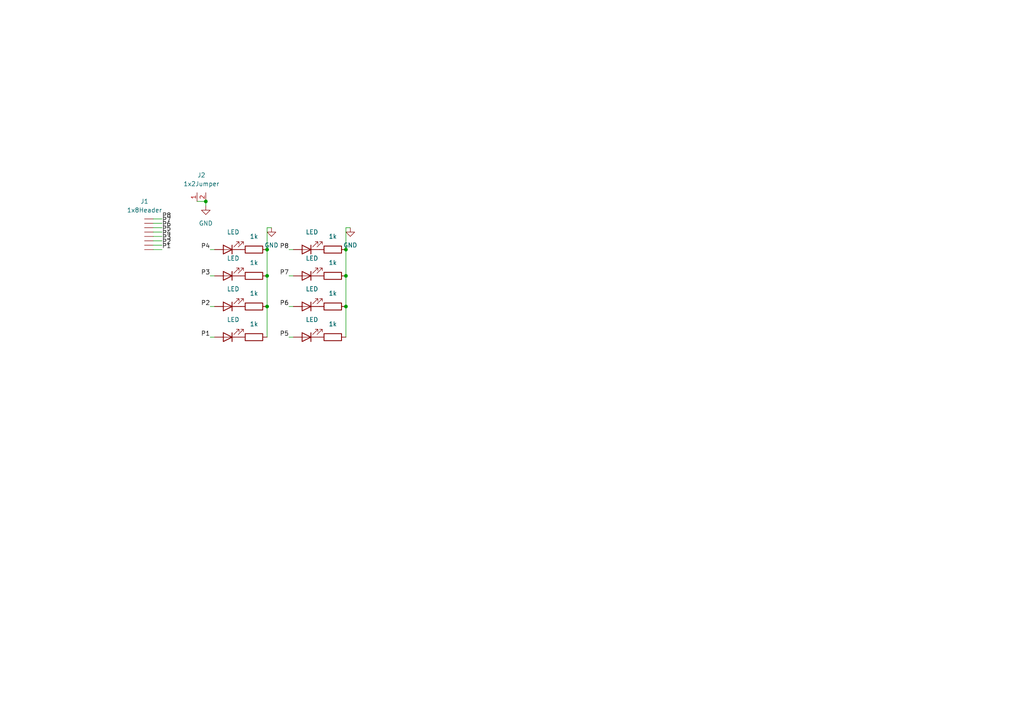
<source format=kicad_sch>
(kicad_sch (version 20230121) (generator eeschema)
  (paper "A4")
  (lib_symbols
    (symbol "0_amslib2_kc5:1x2Jumper" (pin_names (offset 1.016))
      (property "Reference" "J" (at 0 3.81 0))
      (property "Value" "1x2Jumper" (at 0 1.27 0))
      (symbol "1x2Jumper_1_1"
        (pin unspecified line (at -1.27 -2.54 90) (length 2.54) (name "~") (number "1"))
        (pin unspecified line (at 1.27 -2.54 90) (length 2.54) (name "~") (number "2"))
      )
    )
    (symbol "0_amslib2_kc5:1x8Header" (pin_numbers hide) (pin_names (offset 0) hide)
      (property "Reference" "J" (at 0 6.35 0))
      (property "Value" "1x8Header" (at 0 3.81 0))
      (symbol "1x8Header_1_1"
        (pin unspecified line (at -5.08 -1.27 90) (length 2.54) (name "1") (number "1"))
        (pin unspecified line (at -3.81 -1.27 90) (length 2.54) (name "2") (number "2"))
        (pin unspecified line (at -2.54 -1.27 90) (length 2.54) (name "3") (number "3"))
        (pin unspecified line (at -1.27 -1.27 90) (length 2.54) (name "4") (number "4"))
        (pin unspecified line (at 0 -1.27 90) (length 2.54) (name "5") (number "5"))
        (pin unspecified line (at 1.27 -1.27 90) (length 2.54) (name "6") (number "6"))
        (pin unspecified line (at 2.54 -1.27 90) (length 2.54) (name "7") (number "7"))
        (pin unspecified line (at 3.81 -1.27 90) (length 2.54) (name "8") (number "8"))
      )
    )
    (symbol "Device:LED" (pin_numbers hide) (pin_names (offset 1.016) hide)
      (property "Reference" "D" (at 0 2.54 0))
      (property "Value" "LED" (at 0 -2.54 0))
      (symbol "LED_0_1"
        (polyline (pts (xy -1.27 -1.27) (xy -1.27 1.27)) (stroke (width 0.254)))
        (polyline (pts (xy -1.27 0) (xy 1.27 0)))
        (polyline (pts (xy 1.27 -1.27) (xy 1.27 1.27) (xy -1.27 0) (xy 1.27 -1.27)) (stroke (width 0.254)))
        (polyline (pts (xy -3.048 -0.762) (xy -4.572 -2.286) (xy -3.81 -2.286) (xy -4.572 -2.286) (xy -4.572 -1.524)))
        (polyline (pts (xy -1.778 -0.762) (xy -3.302 -2.286) (xy -2.54 -2.286) (xy -3.302 -2.286) (xy -3.302 -1.524)))
      )
      (symbol "LED_1_1"
        (pin passive line (at -3.81 0 0) (length 2.54) (name "K") (number "1"))
        (pin passive line (at 3.81 0 180) (length 2.54) (name "A") (number "2"))
      )
    )
    (symbol "Device:R" (pin_numbers hide) (pin_names (offset 0))
      (property "Reference" "R" (at 2.032 0 90))
      (property "Value" "R" (at 0 0 90))
      (symbol "R_0_1"
        (rectangle (start -1.016 -2.54) (end 1.016 2.54) (stroke (width 0.254)))
      )
      (symbol "R_1_1"
        (pin passive line (at 0 3.81 270) (length 1.27) (name "~") (number "1"))
        (pin passive line (at 0 -3.81 90) (length 1.27) (name "~") (number "2"))
      )
    )
    (symbol "power:GND" (power) (pin_names (offset 0))
      (property "Value" "GND" (at 0 -3.81 0))
      (symbol "GND_0_1"
        (polyline (pts (xy 0 0) (xy 0 -1.27) (xy 1.27 -1.27) (xy 0 -2.54) (xy -1.27 -1.27) (xy 0 -1.27)))
      )
      (symbol "GND_1_1"
        (pin power_in line (at 0 0 270) (length 0) hide (name "GND") (number "1"))
      )
    )
  )
  (junction (at 59.69 58.42))
  (junction (at 100.33 80.01))
  (junction (at 77.47 72.39))
  (junction (at 77.47 88.9))
  (junction (at 100.33 88.9))
  (junction (at 77.47 80.01))
  (junction (at 100.33 72.39))
  (wire (pts (xy 100.33 66.04) (xy 101.6 66.04)))
  (wire (pts (xy 77.47 72.39) (xy 77.47 66.04)))
  (wire (pts (xy 44.45 64.77) (xy 46.99 64.77)))
  (wire (pts (xy 83.82 72.39) (xy 85.09 72.39)))
  (wire (pts (xy 100.33 72.39) (xy 100.33 80.01)))
  (wire (pts (xy 77.47 80.01) (xy 77.47 88.9)))
  (wire (pts (xy 59.69 58.42) (xy 59.69 59.69)))
  (wire (pts (xy 44.45 67.31) (xy 46.99 67.31)))
  (wire (pts (xy 57.15 58.42) (xy 59.69 58.42)))
  (wire (pts (xy 60.96 88.9) (xy 62.23 88.9)))
  (wire (pts (xy 44.45 63.5) (xy 46.99 63.5)))
  (wire (pts (xy 60.96 80.01) (xy 62.23 80.01)))
  (wire (pts (xy 44.45 68.58) (xy 46.99 68.58)))
  (wire (pts (xy 44.45 69.85) (xy 46.99 69.85)))
  (wire (pts (xy 44.45 66.04) (xy 46.99 66.04)))
  (wire (pts (xy 100.33 88.9) (xy 100.33 97.79)))
  (wire (pts (xy 44.45 72.39) (xy 46.99 72.39)))
  (wire (pts (xy 44.45 71.12) (xy 46.99 71.12)))
  (wire (pts (xy 77.47 66.04) (xy 78.74 66.04)))
  (wire (pts (xy 77.47 88.9) (xy 77.47 97.79)))
  (wire (pts (xy 77.47 72.39) (xy 77.47 80.01)))
  (wire (pts (xy 100.33 66.04) (xy 100.33 72.39)))
  (wire (pts (xy 83.82 80.01) (xy 85.09 80.01)))
  (wire (pts (xy 83.82 88.9) (xy 85.09 88.9)))
  (wire (pts (xy 60.96 72.39) (xy 62.23 72.39)))
  (wire (pts (xy 60.96 97.79) (xy 62.23 97.79)))
  (wire (pts (xy 100.33 80.01) (xy 100.33 88.9)))
  (wire (pts (xy 83.82 97.79) (xy 85.09 97.79)))
  (label "P6" (at 83.82 88.9 180))
  (label "P4" (at 60.96 72.39 180))
  (label "P1" (at 46.99 72.39 0))
  (label "P7" (at 46.99 64.77 0))
  (label "P3" (at 60.96 80.01 180))
  (label "P7" (at 83.82 80.01 180))
  (label "P5" (at 83.82 97.79 180))
  (label "P5" (at 46.99 67.31 0))
  (label "P2" (at 46.99 71.12 0))
  (label "P2" (at 60.96 88.9 180))
  (label "P3" (at 46.99 69.85 0))
  (label "P4" (at 46.99 68.58 0))
  (label "P8" (at 83.82 72.39 180))
  (label "P6" (at 46.99 66.04 0))
  (label "P8" (at 46.99 63.5 0))
  (label "P1" (at 60.96 97.79 180))
  (symbol (lib_id "Device:LED") (at 66.04 80.01 180) (unit 1)
    (property "Reference" "D3" (effects hide))
    (property "Value" "LED" (at 67.6275 74.93 0))
    (property "Footprint" "0_amslib2_kc5:0805_handsolder_noref" (effects hide))
  )
  (symbol (lib_id "power:GND") (at 59.69 59.69 0) (unit 1)
    (property "Reference" "#PWR01" (effects hide))
    (property "Value" "GND" (at 59.69 64.77 0))
  )
  (symbol (lib_id "Device:LED") (at 66.04 88.9 180) (unit 1)
    (property "Reference" "D2" (effects hide))
    (property "Value" "LED" (at 67.6275 83.82 0))
    (property "Footprint" "0_amslib2_kc5:0805_handsolder_noref" (effects hide))
  )
  (symbol (lib_id "Device:LED") (at 88.9 97.79 180) (unit 1)
    (property "Reference" "D5" (effects hide))
    (property "Value" "LED" (at 90.4875 92.71 0))
    (property "Footprint" "0_amslib2_kc5:0805_handsolder_noref" (effects hide))
  )
  (symbol (lib_id "Device:LED") (at 66.04 72.39 180) (unit 1)
    (property "Reference" "D4" (effects hide))
    (property "Value" "LED" (at 67.6275 67.31 0))
    (property "Footprint" "0_amslib2_kc5:0805_handsolder_noref" (effects hide))
  )
  (symbol (lib_id "Device:LED") (at 88.9 88.9 180) (unit 1)
    (property "Reference" "D6" (effects hide))
    (property "Value" "LED" (at 90.4875 83.82 0))
    (property "Footprint" "0_amslib2_kc5:0805_handsolder_noref" (effects hide))
  )
  (symbol (lib_id "0_amslib2_kc5:1x8Header") (at 43.18 67.31 90) (unit 1)
    (property "Reference" "J1" (at 41.91 58.42 90))
    (property "Value" "1x8Header" (at 41.91 60.96 90))
    (property "Footprint" "0_amslib2_kc5:1x8_0.1in_Header" (effects hide))
  )
  (symbol (lib_id "Device:R") (at 73.66 80.01 90) (unit 1)
    (property "Reference" "R3" (effects hide))
    (property "Value" "1k" (at 73.66 76.2 90))
    (property "Footprint" "0_amslib2_kc5:0805_handsolder_noref" (effects hide))
  )
  (symbol (lib_id "Device:LED") (at 88.9 80.01 180) (unit 1)
    (property "Reference" "D7" (effects hide))
    (property "Value" "LED" (at 90.4875 74.93 0))
    (property "Footprint" "0_amslib2_kc5:0805_handsolder_noref" (effects hide))
  )
  (symbol (lib_id "Device:R") (at 96.52 97.79 90) (unit 1)
    (property "Reference" "R5" (effects hide))
    (property "Value" "1k" (at 96.52 93.98 90))
    (property "Footprint" "0_amslib2_kc5:0805_handsolder_noref" (effects hide))
  )
  (symbol (lib_id "Device:R") (at 96.52 72.39 90) (unit 1)
    (property "Reference" "R8" (effects hide))
    (property "Value" "1k" (at 96.52 68.58 90))
    (property "Footprint" "0_amslib2_kc5:0805_handsolder_noref" (effects hide))
  )
  (symbol (lib_id "Device:R") (at 96.52 80.01 90) (unit 1)
    (property "Reference" "R7" (effects hide))
    (property "Value" "1k" (at 96.52 76.2 90))
    (property "Footprint" "0_amslib2_kc5:0805_handsolder_noref" (effects hide))
  )
  (symbol (lib_id "Device:R") (at 73.66 88.9 90) (unit 1)
    (property "Reference" "R2" (effects hide))
    (property "Value" "1k" (at 73.66 85.09 90))
    (property "Footprint" "0_amslib2_kc5:0805_handsolder_noref" (effects hide))
  )
  (symbol (lib_id "Device:LED") (at 88.9 72.39 180) (unit 1)
    (property "Reference" "D8" (effects hide))
    (property "Value" "LED" (at 90.4875 67.31 0))
    (property "Footprint" "0_amslib2_kc5:0805_handsolder_noref" (effects hide))
  )
  (symbol (lib_id "Device:R") (at 73.66 72.39 90) (unit 1)
    (property "Reference" "R4" (effects hide))
    (property "Value" "1k" (at 73.66 68.58 90))
    (property "Footprint" "0_amslib2_kc5:0805_handsolder_noref" (effects hide))
  )
  (symbol (lib_id "Device:LED") (at 66.04 97.79 180) (unit 1)
    (property "Reference" "D1" (effects hide))
    (property "Value" "LED" (at 67.6275 92.71 0))
    (property "Footprint" "0_amslib2_kc5:0805_handsolder_noref" (effects hide))
  )
  (symbol (lib_id "Device:R") (at 73.66 97.79 90) (unit 1)
    (property "Reference" "R1" (effects hide))
    (property "Value" "1k" (at 73.66 93.98 90))
    (property "Footprint" "0_amslib2_kc5:0805_handsolder_noref" (effects hide))
  )
  (symbol (lib_id "power:GND") (at 78.74 66.04 0) (unit 1)
    (property "Reference" "#PWR02" (effects hide))
    (property "Value" "GND" (at 78.74 71.12 0))
  )
  (symbol (lib_id "power:GND") (at 101.6 66.04 0) (unit 1)
    (property "Reference" "#PWR03" (effects hide))
    (property "Value" "GND" (at 101.6 71.12 0))
  )
  (symbol (lib_id "Device:R") (at 96.52 88.9 90) (unit 1)
    (property "Reference" "R6" (effects hide))
    (property "Value" "1k" (at 96.52 85.09 90))
    (property "Footprint" "0_amslib2_kc5:0805_handsolder_noref" (effects hide))
  )
  (symbol (lib_id "0_amslib2_kc5:1x2Jumper") (at 58.42 55.88 0) (unit 1)
    (property "Reference" "J2" (at 58.42 50.8 0))
    (property "Value" "1x2Jumper" (at 58.42 53.34 0))
    (property "Footprint" "0_amslib2_kc5:1x2Jumper" (effects hide))
  )
)
</source>
